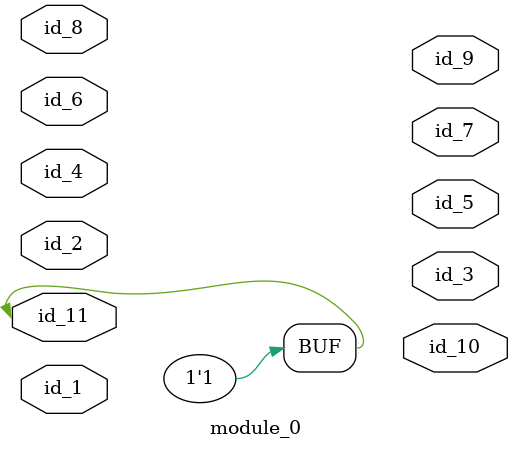
<source format=v>
`timescale 1 ps / 1 ps
`define pp_11 0
`timescale 1ps / 1ps
module module_0 (
    id_1,
    id_2,
    id_3,
    id_4,
    id_5,
    id_6,
    id_7,
    id_8,
    id_9,
    id_10,
    id_11
);
  inout id_11;
  output id_10;
  output id_9;
  inout id_8;
  output id_7;
  inout id_6;
  output id_5;
  input id_4;
  output id_3;
  inout id_2;
  input id_1;
  assign id_11 = 1;
endmodule

</source>
